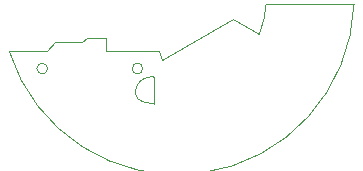
<source format=gbr>
%TF.GenerationSoftware,KiCad,Pcbnew,9.0.5*%
%TF.CreationDate,2025-10-30T22:03:55+01:00*%
%TF.ProjectId,36mm PCB,33366d6d-2050-4434-922e-6b696361645f,rev?*%
%TF.SameCoordinates,Original*%
%TF.FileFunction,Profile,NP*%
%FSLAX46Y46*%
G04 Gerber Fmt 4.6, Leading zero omitted, Abs format (unit mm)*
G04 Created by KiCad (PCBNEW 9.0.5) date 2025-10-30 22:03:55*
%MOMM*%
%LPD*%
G01*
G04 APERTURE LIST*
%TA.AperFunction,Profile*%
%ADD10C,0.050000*%
%TD*%
G04 APERTURE END LIST*
D10*
X158111627Y-95820000D02*
X152083025Y-99300450D01*
X168331627Y-94530000D02*
G75*
G02*
X139117203Y-98478556I-14941627J499980D01*
G01*
X147362891Y-97379312D02*
X145690000Y-97379312D01*
X142345587Y-98478557D02*
X139117200Y-98478557D01*
X147362891Y-98478557D02*
X151783881Y-98478557D01*
X150450000Y-100000000D02*
G75*
G02*
X149550000Y-100000000I-450000J0D01*
G01*
X149550000Y-100000000D02*
G75*
G02*
X150450000Y-100000000I450000J0D01*
G01*
X152083025Y-99300450D02*
X151783881Y-98478557D01*
X145280000Y-97785541D02*
X145690000Y-97379312D01*
X151363803Y-100684444D02*
X151363798Y-102990586D01*
X142380000Y-100000000D02*
G75*
G02*
X141480000Y-100000000I-450000J0D01*
G01*
X141480000Y-100000000D02*
G75*
G02*
X142380000Y-100000000I450000J0D01*
G01*
X143040000Y-97785541D02*
X145280000Y-97785541D01*
X168331627Y-94530000D02*
X160894149Y-94530000D01*
X160305978Y-97089282D02*
X158111627Y-95820000D01*
X160894149Y-94530000D02*
G75*
G02*
X160305985Y-97089285I-7721949J427400D01*
G01*
X143040000Y-97785541D02*
X142345587Y-98478557D01*
X150426237Y-102802010D02*
G75*
G02*
X149813792Y-102024309I187563J777710D01*
G01*
X147362891Y-98478557D02*
X147362891Y-97379312D01*
X151255357Y-100621833D02*
G75*
G02*
X151093363Y-100711864I-167057J109833D01*
G01*
X149813803Y-102024309D02*
G75*
G02*
X151093364Y-100711924I1312797J9D01*
G01*
X151255357Y-100621833D02*
X151363803Y-100684444D01*
X151363796Y-102990584D02*
G75*
G02*
X150426236Y-102802013I1999004J12363884D01*
G01*
M02*

</source>
